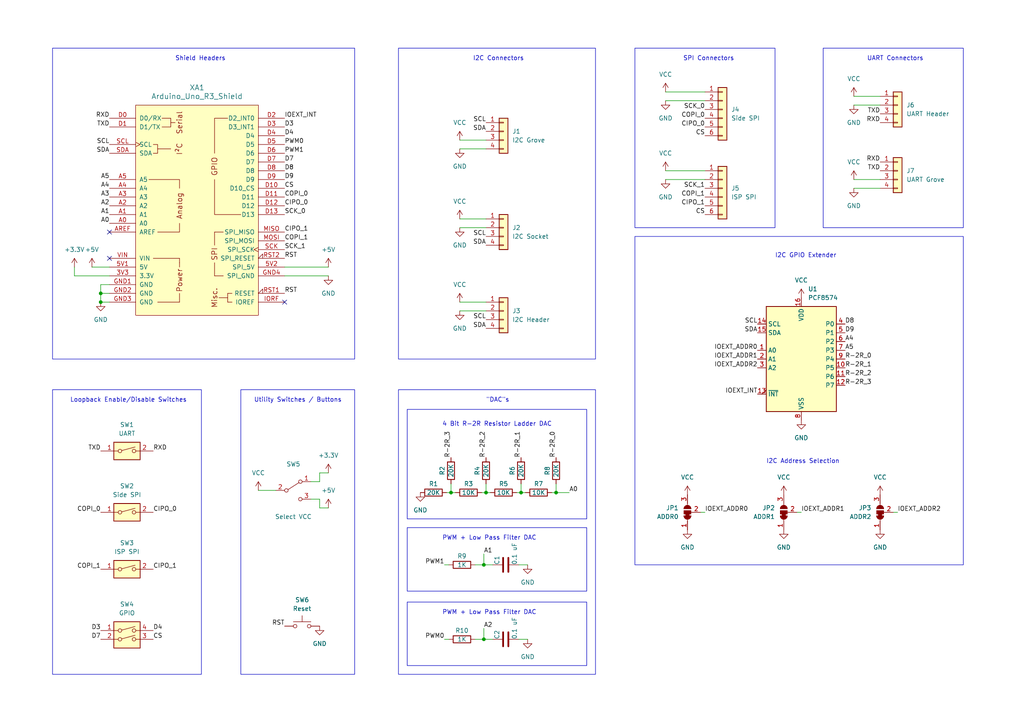
<source format=kicad_sch>
(kicad_sch (version 20230121) (generator eeschema)
  (paper "A4")
  (title_block (title "RIOT Peripheral Selftest Shield") (date "2023-06-06") (rev "0.1") (company "OVGU"))
  (lib_symbols
    (symbol "Connector_Generic:Conn_01x04" (pin_names (offset 1.016) hide)
      (property "Reference" "J" (at 0 5.08 0))
      (property "Value" "Conn_01x04" (at 0 -7.62 0))
      (symbol "Conn_01x04_1_1"
        (rectangle (start -1.27 -4.953) (end 0 -5.207) (stroke (width 0.1524)))
        (rectangle (start -1.27 -2.413) (end 0 -2.667) (stroke (width 0.1524)))
        (rectangle (start -1.27 0.127) (end 0 -0.127) (stroke (width 0.1524)))
        (rectangle (start -1.27 2.667) (end 0 2.413) (stroke (width 0.1524)))
        (rectangle (start -1.27 3.81) (end 1.27 -6.35) (stroke (width 0.254)) (fill (type background)))
        (pin passive line (at -5.08 2.54 0) (length 3.81) (name "Pin_1") (number "1"))
        (pin passive line (at -5.08 0 0) (length 3.81) (name "Pin_2") (number "2"))
        (pin passive line (at -5.08 -2.54 0) (length 3.81) (name "Pin_3") (number "3"))
        (pin passive line (at -5.08 -5.08 0) (length 3.81) (name "Pin_4") (number "4"))
      )
    )
    (symbol "Connector_Generic:Conn_01x06" (pin_names (offset 1.016) hide)
      (property "Reference" "J" (at 0 7.62 0))
      (property "Value" "Conn_01x06" (at 0 -10.16 0))
      (symbol "Conn_01x06_1_1"
        (rectangle (start -1.27 -7.493) (end 0 -7.747) (stroke (width 0.1524)))
        (rectangle (start -1.27 -4.953) (end 0 -5.207) (stroke (width 0.1524)))
        (rectangle (start -1.27 -2.413) (end 0 -2.667) (stroke (width 0.1524)))
        (rectangle (start -1.27 0.127) (end 0 -0.127) (stroke (width 0.1524)))
        (rectangle (start -1.27 2.667) (end 0 2.413) (stroke (width 0.1524)))
        (rectangle (start -1.27 5.207) (end 0 4.953) (stroke (width 0.1524)))
        (rectangle (start -1.27 6.35) (end 1.27 -8.89) (stroke (width 0.254)) (fill (type background)))
        (pin passive line (at -5.08 5.08 0) (length 3.81) (name "Pin_1") (number "1"))
        (pin passive line (at -5.08 2.54 0) (length 3.81) (name "Pin_2") (number "2"))
        (pin passive line (at -5.08 0 0) (length 3.81) (name "Pin_3") (number "3"))
        (pin passive line (at -5.08 -2.54 0) (length 3.81) (name "Pin_4") (number "4"))
        (pin passive line (at -5.08 -5.08 0) (length 3.81) (name "Pin_5") (number "5"))
        (pin passive line (at -5.08 -7.62 0) (length 3.81) (name "Pin_6") (number "6"))
      )
    )
    (symbol "Device:C" (pin_numbers hide) (pin_names (offset 0.254))
      (property "Reference" "C" (at 0.635 2.54 0))
      (property "Value" "C" (at 0.635 -2.54 0))
      (symbol "C_0_1"
        (polyline (pts (xy -2.032 -0.762) (xy 2.032 -0.762)) (stroke (width 0.508)))
        (polyline (pts (xy -2.032 0.762) (xy 2.032 0.762)) (stroke (width 0.508)))
      )
      (symbol "C_1_1"
        (pin passive line (at 0 3.81 270) (length 2.794) (name "~") (number "1"))
        (pin passive line (at 0 -3.81 90) (length 2.794) (name "~") (number "2"))
      )
    )
    (symbol "Device:R" (pin_numbers hide) (pin_names (offset 0))
      (property "Reference" "R" (at 2.032 0 90))
      (property "Value" "R" (at 0 0 90))
      (symbol "R_0_1"
        (rectangle (start -1.016 -2.54) (end 1.016 2.54) (stroke (width 0.254)))
      )
      (symbol "R_1_1"
        (pin passive line (at 0 3.81 270) (length 1.27) (name "~") (number "1"))
        (pin passive line (at 0 -3.81 90) (length 1.27) (name "~") (number "2"))
      )
    )
    (symbol "Interface_Expansion:PCF8574"
      (property "Reference" "U" (at -8.89 16.51 0))
      (property "Value" "PCF8574" (at 2.54 16.51 0))
      (symbol "PCF8574_0_1"
        (rectangle (start -10.16 15.24) (end 10.16 -15.24) (stroke (width 0.254)) (fill (type background)))
      )
      (symbol "PCF8574_1_1"
        (pin input line (at -12.7 2.54 0) (length 2.54) (name "A0") (number "1"))
        (pin bidirectional line (at 12.7 -2.54 180) (length 2.54) (name "P5") (number "10"))
        (pin bidirectional line (at 12.7 -5.08 180) (length 2.54) (name "P6") (number "11"))
        (pin bidirectional line (at 12.7 -7.62 180) (length 2.54) (name "P7") (number "12"))
        (pin open_collector output_low (at -12.7 -10.16 0) (length 2.54) (name "~{INT}") (number "13"))
        (pin input line (at -12.7 10.16 0) (length 2.54) (name "SCL") (number "14"))
        (pin bidirectional line (at -12.7 7.62 0) (length 2.54) (name "SDA") (number "15"))
        (pin power_in line (at 0 17.78 270) (length 2.54) (name "VDD") (number "16"))
        (pin input line (at -12.7 0 0) (length 2.54) (name "A1") (number "2"))
        (pin input line (at -12.7 -2.54 0) (length 2.54) (name "A2") (number "3"))
        (pin bidirectional line (at 12.7 10.16 180) (length 2.54) (name "P0") (number "4"))
        (pin bidirectional line (at 12.7 7.62 180) (length 2.54) (name "P1") (number "5"))
        (pin bidirectional line (at 12.7 5.08 180) (length 2.54) (name "P2") (number "6"))
        (pin bidirectional line (at 12.7 2.54 180) (length 2.54) (name "P3") (number "7"))
        (pin power_in line (at 0 -17.78 90) (length 2.54) (name "VSS") (number "8"))
        (pin bidirectional line (at 12.7 0 180) (length 2.54) (name "P4") (number "9"))
      )
    )
    (symbol "Jumper:SolderJumper_3_Bridged12" (pin_names (offset 0) hide)
      (property "Reference" "JP" (at -2.54 -2.54 0))
      (property "Value" "SolderJumper_3_Bridged12" (at 0 2.794 0))
      (symbol "SolderJumper_3_Bridged12_0_1"
        (rectangle (start -1.016 0.508) (end -0.508 -0.508) (fill (type outline)))
        (arc (start -1.016 1.016) (mid -2.0276 0) (end -1.016 -1.016))
        (arc (start -1.016 1.016) (mid -2.0276 0) (end -1.016 -1.016) (fill (type outline)))
        (rectangle (start -0.508 1.016) (end 0.508 -1.016) (fill (type outline)))
        (polyline (pts (xy -2.54 0) (xy -2.032 0)))
        (polyline (pts (xy -1.016 1.016) (xy -1.016 -1.016)))
        (polyline (pts (xy 0 -1.27) (xy 0 -1.016)))
        (polyline (pts (xy 1.016 1.016) (xy 1.016 -1.016)))
        (polyline (pts (xy 2.54 0) (xy 2.032 0)))
        (arc (start 1.016 -1.016) (mid 2.0276 0) (end 1.016 1.016))
        (arc (start 1.016 -1.016) (mid 2.0276 0) (end 1.016 1.016) (fill (type outline)))
      )
      (symbol "SolderJumper_3_Bridged12_1_1"
        (pin passive line (at -5.08 0 0) (length 2.54) (name "A") (number "1"))
        (pin passive line (at 0 -3.81 90) (length 2.54) (name "C") (number "2"))
        (pin passive line (at 5.08 0 180) (length 2.54) (name "B") (number "3"))
      )
    )
    (symbol "PCM_arduino-library:Arduino_Uno_R3_Shield" (pin_names (offset 1.016))
      (property "Reference" "XA" (at 0 36.83 0))
      (property "Value" "Arduino_Uno_R3_Shield" (at 0 33.02 0))
      (symbol "Arduino_Uno_R3_Shield_0_0"
        (rectangle (start -17.78 30.48) (end 17.78 -30.48) (fill (type background)))
        (rectangle (start -12.7 -13.97) (end -5.08 -13.97))
        (rectangle (start -11.43 -26.67) (end -5.08 -26.67))
        (polyline (pts (xy -11.43 17.78) (xy -7.62 17.78)))
        (polyline (pts (xy -7.62 25.4) (xy -6.35 25.4)))
        (polyline (pts (xy -5.08 -26.67) (xy -5.08 -24.13)))
        (polyline (pts (xy -5.08 -15.24) (xy -5.08 -16.51)))
        (polyline (pts (xy -5.08 -13.97) (xy -5.08 -15.24)))
        (polyline (pts (xy -5.08 -3.81) (xy -5.08 -6.35) (xy -11.43 -6.35)))
        (polyline (pts (xy -5.08 6.35) (xy -5.08 8.89) (xy -13.97 8.89)))
        (polyline (pts (xy 5.08 8.89) (xy 5.08 -1.27) (xy 12.7 -1.27)))
        (polyline (pts (xy 5.08 16.51) (xy 5.08 26.67) (xy 8.89 26.67)))
        (polyline (pts (xy -12.7 19.05) (xy -11.43 19.05) (xy -11.43 16.51) (xy -12.7 16.51)))
        (polyline (pts (xy -10.16 26.67) (xy -7.62 26.67) (xy -7.62 24.13) (xy -10.16 24.13)))
        (rectangle (start 5.08 -19.05) (end 5.08 -15.24))
        (rectangle (start 5.08 -19.05) (end 7.62 -19.05))
        (rectangle (start 5.08 -10.16) (end 5.08 -6.35))
        (rectangle (start 7.62 -6.35) (end 5.08 -6.35))
        (rectangle (start 8.89 -25.4) (end 6.35 -25.4))
        (rectangle (start 8.89 -24.13) (end 8.89 -26.67))
        (rectangle (start 10.16 -26.67) (end 8.89 -26.67))
        (rectangle (start 10.16 -24.13) (end 8.89 -24.13))
        (text "Analog" (at -5.08 1.27 900) (effects (font (size 1.524 1.524))))
        (text "I²C" (at -5.08 17.78 900) (effects (font (size 1.524 1.524))))
        (text "Misc." (at 5.08 -25.4 900) (effects (font (size 1.524 1.524))))
        (text "Power" (at -5.08 -20.32 900) (effects (font (size 1.524 1.524))))
        (text "Serial" (at -5.08 25.4 900) (effects (font (size 1.524 1.524))))
        (text "SPI" (at 5.08 -12.7 900) (effects (font (size 1.524 1.524))))
      )
      (symbol "Arduino_Uno_R3_Shield_1_0"
        (text "GPIO" (at 5.08 12.7 900) (effects (font (size 1.524 1.524))))
      )
      (symbol "Arduino_Uno_R3_Shield_1_1"
        (pin power_out line (at -25.4 -19.05 0) (length 7.62) (name "3.3V") (number "3V3"))
        (pin power_in line (at -25.4 -16.51 0) (length 7.62) (name "5V") (number "5V1"))
        (pin power_in line (at 25.4 -16.51 180) (length 7.62) (name "SPI_5V") (number "5V2"))
        (pin bidirectional line (at -25.4 -3.81 0) (length 7.62) (name "A0") (number "A0"))
        (pin bidirectional line (at -25.4 -1.27 0) (length 7.62) (name "A1") (number "A1"))
        (pin bidirectional line (at -25.4 1.27 0) (length 7.62) (name "A2") (number "A2"))
        (pin bidirectional line (at -25.4 3.81 0) (length 7.62) (name "A3") (number "A3"))
        (pin bidirectional line (at -25.4 6.35 0) (length 7.62) (name "A4") (number "A4"))
        (pin bidirectional line (at -25.4 8.89 0) (length 7.62) (name "A5") (number "A5"))
        (pin input line (at -25.4 -6.35 0) (length 7.62) (name "AREF") (number "AREF"))
        (pin bidirectional line (at -25.4 26.67 0) (length 7.62) (name "D0/RX") (number "D0"))
        (pin bidirectional line (at -25.4 24.13 0) (length 7.62) (name "D1/TX") (number "D1"))
        (pin bidirectional line (at 25.4 6.35 180) (length 7.62) (name "D10_CS") (number "D10"))
        (pin bidirectional line (at 25.4 3.81 180) (length 7.62) (name "D11") (number "D11"))
        (pin bidirectional line (at 25.4 1.27 180) (length 7.62) (name "D12") (number "D12"))
        (pin bidirectional line (at 25.4 -1.27 180) (length 7.62) (name "D13") (number "D13"))
        (pin bidirectional line (at 25.4 26.67 180) (length 7.62) (name "D2_INT0") (number "D2"))
        (pin bidirectional line (at 25.4 24.13 180) (length 7.62) (name "D3_INT1") (number "D3"))
        (pin bidirectional line (at 25.4 21.59 180) (length 7.62) (name "D4") (number "D4"))
        (pin bidirectional line (at 25.4 19.05 180) (length 7.62) (name "D5") (number "D5"))
        (pin bidirectional line (at 25.4 16.51 180) (length 7.62) (name "D6") (number "D6"))
        (pin bidirectional line (at 25.4 13.97 180) (length 7.62) (name "D7") (number "D7"))
        (pin bidirectional line (at 25.4 11.43 180) (length 7.62) (name "D8") (number "D8"))
        (pin bidirectional line (at 25.4 8.89 180) (length 7.62) (name "D9") (number "D9"))
        (pin power_in line (at -25.4 -21.59 0) (length 7.62) (name "GND") (number "GND1"))
        (pin power_in line (at -25.4 -24.13 0) (length 7.62) (name "GND") (number "GND2"))
        (pin power_in line (at -25.4 -26.67 0) (length 7.62) (name "GND") (number "GND3"))
        (pin power_in line (at 25.4 -19.05 180) (length 7.62) (name "SPI_GND") (number "GND4"))
        (pin output line (at 25.4 -26.67 180) (length 7.62) (name "IOREF") (number "IORF"))
        (pin input line (at 25.4 -6.35 180) (length 7.62) (name "SPI_MISO") (number "MISO"))
        (pin output line (at 25.4 -8.89 180) (length 7.62) (name "SPI_MOSI") (number "MOSI"))
        (pin open_collector input_low (at 25.4 -24.13 180) (length 7.62) (name "RESET") (number "RST1"))
        (pin open_collector input_low (at 25.4 -13.97 180) (length 7.62) (name "SPI_RESET") (number "RST2"))
        (pin output clock (at 25.4 -11.43 180) (length 7.62) (name "SPI_SCK") (number "SCK"))
        (pin bidirectional clock (at -25.4 19.05 0) (length 7.62) (name "SCL") (number "SCL"))
        (pin bidirectional line (at -25.4 16.51 0) (length 7.62) (name "SDA") (number "SDA"))
        (pin power_in line (at -25.4 -13.97 0) (length 7.62) (name "VIN") (number "VIN"))
      )
    )
    (symbol "Switch:SW_DIP_x01" (pin_names (offset 0) hide)
      (property "Reference" "SW" (at 0 3.81 0))
      (property "Value" "SW_DIP_x01" (at 0 -3.81 0))
      (symbol "SW_DIP_x01_0_0"
        (circle (center -2.032 0) (radius 0.508))
        (polyline (pts (xy -1.524 0.127) (xy 2.3622 1.1684)))
        (circle (center 2.032 0) (radius 0.508))
      )
      (symbol "SW_DIP_x01_0_1"
        (rectangle (start -3.81 2.54) (end 3.81 -2.54) (stroke (width 0.254)) (fill (type background)))
      )
      (symbol "SW_DIP_x01_1_1"
        (pin passive line (at -7.62 0 0) (length 5.08) (name "~") (number "1"))
        (pin passive line (at 7.62 0 180) (length 5.08) (name "~") (number "2"))
      )
    )
    (symbol "Switch:SW_DIP_x02" (pin_names (offset 0) hide)
      (property "Reference" "SW" (at 0 6.35 0))
      (property "Value" "SW_DIP_x02" (at 0 -3.81 0))
      (symbol "SW_DIP_x02_0_0"
        (circle (center -2.032 0) (radius 0.508))
        (circle (center -2.032 2.54) (radius 0.508))
        (polyline (pts (xy -1.524 0.127) (xy 2.3622 1.1684)))
        (polyline (pts (xy -1.524 2.667) (xy 2.3622 3.7084)))
        (circle (center 2.032 0) (radius 0.508))
        (circle (center 2.032 2.54) (radius 0.508))
      )
      (symbol "SW_DIP_x02_0_1"
        (rectangle (start -3.81 5.08) (end 3.81 -2.54) (stroke (width 0.254)) (fill (type background)))
      )
      (symbol "SW_DIP_x02_1_1"
        (pin passive line (at -7.62 2.54 0) (length 5.08) (name "~") (number "1"))
        (pin passive line (at -7.62 0 0) (length 5.08) (name "~") (number "2"))
        (pin passive line (at 7.62 0 180) (length 5.08) (name "~") (number "3"))
        (pin passive line (at 7.62 2.54 180) (length 5.08) (name "~") (number "4"))
      )
    )
    (symbol "Switch:SW_Push" (pin_numbers hide) (pin_names (offset 1.016) hide)
      (property "Reference" "SW" (at 1.27 2.54 0))
      (property "Value" "SW_Push" (at 0 -1.524 0))
      (symbol "SW_Push_0_1"
        (circle (center -2.032 0) (radius 0.508))
        (polyline (pts (xy 0 1.27) (xy 0 3.048)))
        (polyline (pts (xy 2.54 1.27) (xy -2.54 1.27)))
        (circle (center 2.032 0) (radius 0.508))
        (pin passive line (at -5.08 0 0) (length 2.54) (name "1") (number "1"))
        (pin passive line (at 5.08 0 180) (length 2.54) (name "2") (number "2"))
      )
    )
    (symbol "Switch:SW_SPDT" (pin_names (offset 0) hide)
      (property "Reference" "SW" (at 0 4.318 0))
      (property "Value" "SW_SPDT" (at 0 -5.08 0))
      (symbol "SW_SPDT_0_0"
        (circle (center -2.032 0) (radius 0.508))
        (circle (center 2.032 -2.54) (radius 0.508))
      )
      (symbol "SW_SPDT_0_1"
        (polyline (pts (xy -1.524 0.254) (xy 1.651 2.286)))
        (circle (center 2.032 2.54) (radius 0.508))
      )
      (symbol "SW_SPDT_1_1"
        (pin passive line (at 5.08 2.54 180) (length 2.54) (name "A") (number "1"))
        (pin passive line (at -5.08 0 0) (length 2.54) (name "B") (number "2"))
        (pin passive line (at 5.08 -2.54 180) (length 2.54) (name "C") (number "3"))
      )
    )
    (symbol "power:+3.3V" (power) (pin_names (offset 0))
      (property "Value" "+3.3V" (at 0 3.556 0))
      (symbol "+3.3V_0_1"
        (polyline (pts (xy -0.762 1.27) (xy 0 2.54)))
        (polyline (pts (xy 0 0) (xy 0 2.54)))
        (polyline (pts (xy 0 2.54) (xy 0.762 1.27)))
      )
      (symbol "+3.3V_1_1"
        (pin power_in line (at 0 0 90) (length 0) hide (name "+3.3V") (number "1"))
      )
    )
    (symbol "power:+5V" (power) (pin_names (offset 0))
      (property "Value" "+5V" (at 0 3.556 0))
      (symbol "+5V_0_1"
        (polyline (pts (xy -0.762 1.27) (xy 0 2.54)))
        (polyline (pts (xy 0 0) (xy 0 2.54)))
        (polyline (pts (xy 0 2.54) (xy 0.762 1.27)))
      )
      (symbol "+5V_1_1"
        (pin power_in line (at 0 0 90) (length 0) hide (name "+5V") (number "1"))
      )
    )
    (symbol "power:GND" (power) (pin_names (offset 0))
      (property "Value" "GND" (at 0 -3.81 0))
      (symbol "GND_0_1"
        (polyline (pts (xy 0 0) (xy 0 -1.27) (xy 1.27 -1.27) (xy 0 -2.54) (xy -1.27 -1.27) (xy 0 -1.27)))
      )
      (symbol "GND_1_1"
        (pin power_in line (at 0 0 270) (length 0) hide (name "GND") (number "1"))
      )
    )
    (symbol "power:VCC" (power) (pin_names (offset 0))
      (property "Value" "VCC" (at 0 3.81 0))
      (symbol "VCC_0_1"
        (polyline (pts (xy -0.762 1.27) (xy 0 2.54)))
        (polyline (pts (xy 0 0) (xy 0 2.54)))
        (polyline (pts (xy 0 2.54) (xy 0.762 1.27)))
      )
      (symbol "VCC_1_1"
        (pin power_in line (at 0 0 90) (length 0) hide (name "VCC") (number "1"))
      )
    )
  )
  (junction (at 140.97 142.875))
  (junction (at 140.335 185.42))
  (junction (at 151.13 142.875))
  (junction (at 140.335 163.83))
  (junction (at 130.81 142.875))
  (junction (at 161.29 142.875))
  (junction (at 29.21 87.63))
  (junction (at 29.21 85.09))
  (no_connect (at 31.75 67.31))
  (no_connect (at 82.55 87.63))
  (no_connect (at 31.75 74.93))
  (wire (pts (xy 29.21 87.63) (xy 29.21 85.09)))
  (wire (pts (xy 149.86 142.875) (xy 151.13 142.875)))
  (wire (pts (xy 161.29 140.335) (xy 161.29 142.875)))
  (wire (pts (xy 140.335 163.83) (xy 140.335 160.655)))
  (wire (pts (xy 151.13 142.875) (xy 152.4 142.875)))
  (wire (pts (xy 82.55 77.47) (xy 95.25 77.47)))
  (wire (pts (xy 133.35 90.17) (xy 140.97 90.17)))
  (wire (pts (xy 29.21 87.63) (xy 31.75 87.63)))
  (wire (pts (xy 193.04 29.21) (xy 204.47 29.21)))
  (wire (pts (xy 21.59 80.01) (xy 21.59 77.47)))
  (wire (pts (xy 92.71 139.7) (xy 92.71 137.16)))
  (wire (pts (xy 29.21 82.55) (xy 31.75 82.55)))
  (wire (pts (xy 247.65 52.07) (xy 255.27 52.07)))
  (wire (pts (xy 140.335 185.42) (xy 142.875 185.42)))
  (wire (pts (xy 92.71 137.16) (xy 95.25 137.16)))
  (wire (pts (xy 26.67 77.47) (xy 31.75 77.47)))
  (wire (pts (xy 150.495 185.42) (xy 153.035 185.42)))
  (wire (pts (xy 203.2 148.59) (xy 204.47 148.59)))
  (wire (pts (xy 161.29 142.875) (xy 165.1 142.875)))
  (wire (pts (xy 133.35 43.18) (xy 140.97 43.18)))
  (wire (pts (xy 82.55 80.01) (xy 95.25 80.01)))
  (wire (pts (xy 247.65 54.61) (xy 255.27 54.61)))
  (wire (pts (xy 150.495 163.83) (xy 153.035 163.83)))
  (wire (pts (xy 137.795 185.42) (xy 140.335 185.42)))
  (wire (pts (xy 128.905 185.42) (xy 130.175 185.42)))
  (wire (pts (xy 29.21 85.09) (xy 31.75 85.09)))
  (wire (pts (xy 92.71 147.32) (xy 92.71 144.78)))
  (wire (pts (xy 133.35 63.5) (xy 140.97 63.5)))
  (wire (pts (xy 90.17 139.7) (xy 92.71 139.7)))
  (wire (pts (xy 247.65 27.94) (xy 255.27 27.94)))
  (wire (pts (xy 160.02 142.875) (xy 161.29 142.875)))
  (wire (pts (xy 139.7 142.875) (xy 140.97 142.875)))
  (wire (pts (xy 133.35 66.04) (xy 140.97 66.04)))
  (wire (pts (xy 130.81 142.875) (xy 132.08 142.875)))
  (wire (pts (xy 193.04 52.07) (xy 204.47 52.07)))
  (wire (pts (xy 140.97 142.875) (xy 142.24 142.875)))
  (wire (pts (xy 129.54 142.875) (xy 130.81 142.875)))
  (wire (pts (xy 31.75 80.01) (xy 21.59 80.01)))
  (wire (pts (xy 140.97 140.335) (xy 140.97 142.875)))
  (wire (pts (xy 140.335 185.42) (xy 140.335 182.245)))
  (wire (pts (xy 92.71 144.78) (xy 90.17 144.78)))
  (wire (pts (xy 95.25 147.32) (xy 92.71 147.32)))
  (wire (pts (xy 137.795 163.83) (xy 140.335 163.83)))
  (wire (pts (xy 231.14 148.59) (xy 232.41 148.59)))
  (wire (pts (xy 133.35 87.63) (xy 140.97 87.63)))
  (wire (pts (xy 151.13 140.335) (xy 151.13 142.875)))
  (wire (pts (xy 247.65 30.48) (xy 255.27 30.48)))
  (wire (pts (xy 193.04 26.67) (xy 204.47 26.67)))
  (wire (pts (xy 140.335 163.83) (xy 142.875 163.83)))
  (wire (pts (xy 29.21 85.09) (xy 29.21 82.55)))
  (wire (pts (xy 130.81 140.335) (xy 130.81 142.875)))
  (wire (pts (xy 133.35 40.64) (xy 140.97 40.64)))
  (wire (pts (xy 193.04 49.53) (xy 204.47 49.53)))
  (wire (pts (xy 74.93 142.24) (xy 80.01 142.24)))
  (wire (pts (xy 259.08 148.59) (xy 260.35 148.59)))
  (wire (pts (xy 128.905 163.83) (xy 130.175 163.83)))
  (rectangle (start 15.24 113.03) (end 58.42 195.58))
  (rectangle (start 118.11 118.745) (end 170.18 150.495))
  (rectangle (start 184.15 13.97) (end 224.79 66.04))
  (rectangle (start 115.57 13.97) (end 172.72 104.14))
  (rectangle (start 115.57 113.03) (end 172.72 195.58))
  (rectangle (start 69.85 113.03) (end 102.87 195.58))
  (rectangle (start 118.11 174.625) (end 170.18 193.04))
  (rectangle (start 15.24 13.97) (end 102.87 104.14))
  (rectangle (start 118.11 153.035) (end 170.18 171.45))
  (rectangle (start 184.15 68.58) (end 279.4 163.83))
  (rectangle (start 238.76 13.97) (end 279.4 66.04))
  (text "Loopback Enable/Disable Switches" (at 20.32 116.84 0) (effects (font (size 1.27 1.27)) (justify left bottom)))
  (text "Shield Headers" (at 50.8 17.78 0) (effects (font (size 1.27 1.27)) (justify left bottom)))
  (text "SPI Connectors" (at 198.12 17.78 0) (effects (font (size 1.27 1.27)) (justify left bottom)))
  (text "I2C GPIO Extender" (at 224.79 74.93 0) (effects (font (size 1.27 1.27)) (justify left bottom)))
  (text "I2C Connectors" (at 137.16 17.78 0) (effects (font (size 1.27 1.27)) (justify left bottom)))
  (text "PWM + Low Pass Filter DAC" (at 128.27 178.435 0) (effects (font (size 1.27 1.27)) (justify left bottom)))
  (text "\"DAC\"s" (at 140.97 116.84 0) (effects (font (size 1.27 1.27)) (justify left bottom)))
  (text "4 Bit R-2R Resistor Ladder DAC" (at 128.27 123.825 0) (effects (font (size 1.27 1.27)) (justify left bottom)))
  (text "UART Connectors" (at 251.46 17.78 0) (effects (font (size 1.27 1.27)) (justify left bottom)))
  (text "I2C Address Selection" (at 222.25 134.62 0) (effects (font (size 1.27 1.27)) (justify left bottom)))
  (text "Utility Switches / Buttons" (at 73.66 116.84 0) (effects (font (size 1.27 1.27)) (justify left bottom)))
  (text "PWM + Low Pass Filter DAC" (at 128.27 156.845 0) (effects (font (size 1.27 1.27)) (justify left bottom)))
  (label "SCL" (at 140.97 35.56 180))
  (label "R-2R_2" (at 140.97 132.715 90))
  (label "R-2R_0" (at 161.29 132.715 90))
  (label "IOEXT_ADDR1" (at 219.71 104.14 180))
  (label "D3" (at 82.55 36.83 0))
  (label "R-2R_3" (at 245.11 111.76 0))
  (label "IOEXT_ADDR0" (at 219.71 101.6 180))
  (label "SCK_0" (at 204.47 31.75 180))
  (label "D9" (at 245.11 96.52 0))
  (label "D7" (at 29.21 185.42 180))
  (label "PWM0" (at 82.55 41.91 0))
  (label "CIPO_1" (at 204.47 59.69 180))
  (label "CIPO_0" (at 204.47 36.83 180))
  (label "TXD" (at 255.27 49.53 180))
  (label "COPI_1" (at 29.21 165.1 180))
  (label "A5" (at 31.75 52.07 180))
  (label "R-2R_3" (at 130.81 132.715 90))
  (label "PWM1" (at 128.905 163.83 180))
  (label "SDA" (at 140.97 38.1 180))
  (label "PWM1" (at 82.55 44.45 0))
  (label "A2" (at 31.75 59.69 180))
  (label "D8" (at 245.11 93.98 0))
  (label "COPI_1" (at 82.55 69.85 0))
  (label "PWM0" (at 128.905 185.42 180))
  (label "D4" (at 44.45 182.88 0))
  (label "COPI_0" (at 204.47 34.29 180))
  (label "CIPO_1" (at 82.55 67.31 0))
  (label "RXD" (at 255.27 46.99 180))
  (label "IOEXT_INT" (at 82.55 34.29 0))
  (label "R-2R_0" (at 245.11 104.14 0))
  (label "RXD" (at 255.27 35.56 180))
  (label "SCK_0" (at 82.55 62.23 0))
  (label "IOEXT_ADDR2" (at 219.71 106.68 180))
  (label "TXD" (at 29.21 130.81 180))
  (label "A3" (at 31.75 57.15 180))
  (label "IOEXT_ADDR2" (at 260.35 148.59 0))
  (label "A0" (at 165.1 142.875 0))
  (label "CIPO_0" (at 44.45 148.59 0))
  (label "CS" (at 204.47 62.23 180))
  (label "SDA" (at 31.75 44.45 180))
  (label "A1" (at 31.75 62.23 180))
  (label "COPI_0" (at 82.55 57.15 0))
  (label "SCL" (at 140.97 68.58 180))
  (label "RST" (at 82.55 85.09 0))
  (label "R-2R_1" (at 245.11 106.68 0))
  (label "CS" (at 204.47 39.37 180))
  (label "CIPO_1" (at 44.45 165.1 0))
  (label "SDA" (at 219.71 96.52 180))
  (label "D3" (at 29.21 182.88 180))
  (label "IOEXT_ADDR0" (at 204.47 148.59 0))
  (label "CS" (at 82.55 54.61 0))
  (label "IOEXT_ADDR1" (at 232.41 148.59 0))
  (label "D9" (at 82.55 52.07 0))
  (label "RST" (at 82.55 181.61 180))
  (label "CS" (at 44.45 185.42 0))
  (label "RXD" (at 31.75 34.29 180))
  (label "TXD" (at 31.75 36.83 180))
  (label "RXD" (at 44.45 130.81 0))
  (label "A5" (at 245.11 101.6 0))
  (label "R-2R_1" (at 151.13 132.715 90))
  (label "A0" (at 31.75 64.77 180))
  (label "IOEXT_INT" (at 219.71 114.3 180))
  (label "SCK_1" (at 204.47 54.61 180))
  (label "D8" (at 82.55 49.53 0))
  (label "COPI_0" (at 29.21 148.59 180))
  (label "SDA" (at 140.97 71.12 180))
  (label "RST" (at 82.55 74.93 0))
  (label "A1" (at 140.335 160.655 0))
  (label "SDA" (at 140.97 95.25 180))
  (label "A4" (at 31.75 54.61 180))
  (label "CIPO_0" (at 82.55 59.69 0))
  (label "R-2R_2" (at 245.11 109.22 0))
  (label "SCL" (at 140.97 92.71 180))
  (label "SCK_1" (at 82.55 72.39 0))
  (label "SCL" (at 31.75 41.91 180))
  (label "COPI_1" (at 204.47 57.15 180))
  (label "TXD" (at 255.27 33.02 180))
  (label "D4" (at 82.55 39.37 0))
  (label "D7" (at 82.55 46.99 0))
  (label "A2" (at 140.335 182.245 0))
  (label "A4" (at 245.11 99.06 0))
  (label "SCL" (at 219.71 93.98 180))
  (symbol (lib_id "power:VCC") (at 227.33 143.51 0) (unit 1)
    (property "Reference" "#PWR014" (effects hide))
    (property "Value" "VCC" (at 227.33 138.43 0))
  )
  (symbol (lib_id "Device:R") (at 130.81 136.525 180) (unit 1)
    (property "Reference" "R2" (at 128.27 136.525 90))
    (property "Value" "20K" (at 130.81 136.525 90))
    (property "Footprint" "Resistor_SMD:R_0805_2012Metric" (effects hide))
  )
  (symbol (lib_id "power:GND") (at 193.04 29.21 0) (unit 1)
    (property "Reference" "#PWR027" (effects hide))
    (property "Value" "GND" (at 193.04 34.29 0))
  )
  (symbol (lib_id "Device:R") (at 146.05 142.875 90) (unit 1)
    (property "Reference" "R5" (at 146.05 140.335 90))
    (property "Value" "10K" (at 146.05 142.875 90))
    (property "Footprint" "Resistor_SMD:R_0805_2012Metric" (effects hide))
  )
  (symbol (lib_id "Device:R") (at 140.97 136.525 180) (unit 1)
    (property "Reference" "R4" (at 138.43 136.525 90))
    (property "Value" "20K" (at 140.97 136.525 90))
    (property "Footprint" "Resistor_SMD:R_0805_2012Metric" (effects hide))
  )
  (symbol (lib_id "power:VCC") (at 255.27 143.51 0) (unit 1)
    (property "Reference" "#PWR018" (effects hide))
    (property "Value" "VCC" (at 255.27 138.43 0))
  )
  (symbol (lib_id "Connector_Generic:Conn_01x06") (at 209.55 54.61 0) (unit 1)
    (property "Reference" "J5" (at 212.09 54.61 0) (effects (justify left)))
    (property "Value" "ISP SPI" (at 212.09 57.15 0) (effects (justify left)))
    (property "Footprint" "Connector_PinHeader_2.54mm:PinHeader_2x03_P2.54mm_Vertical" (effects hide))
  )
  (symbol (lib_id "Device:R") (at 135.89 142.875 90) (unit 1)
    (property "Reference" "R3" (at 135.89 140.335 90))
    (property "Value" "10K" (at 135.89 142.875 90))
    (property "Footprint" "Resistor_SMD:R_0805_2012Metric" (effects hide))
  )
  (symbol (lib_id "Switch:SW_DIP_x01") (at 36.83 130.81 0) (unit 1)
    (property "Reference" "SW1" (at 36.83 123.19 0))
    (property "Value" "UART" (at 36.83 125.73 0))
    (property "Footprint" "Button_Switch_THT:SW_DIP_SPSTx01_Slide_9.78x4.72mm_W7.62mm_P2.54mm" (effects hide))
  )
  (symbol (lib_id "power:GND") (at 133.35 43.18 0) (unit 1)
    (property "Reference" "#PWR021" (effects hide))
    (property "Value" "GND" (at 133.35 48.26 0))
  )
  (symbol (lib_id "power:GND") (at 227.33 153.67 0) (unit 1)
    (property "Reference" "#PWR015" (effects hide))
    (property "Value" "GND" (at 227.33 158.75 0))
  )
  (symbol (lib_id "power:GND") (at 255.27 153.67 0) (unit 1)
    (property "Reference" "#PWR019" (effects hide))
    (property "Value" "GND" (at 255.27 158.75 0))
  )
  (symbol (lib_id "power:GND") (at 29.21 87.63 0) (unit 1)
    (property "Reference" "#PWR03" (effects hide))
    (property "Value" "GND" (at 29.21 92.71 0))
  )
  (symbol (lib_id "power:VCC") (at 133.35 40.64 0) (unit 1)
    (property "Reference" "#PWR020" (effects hide))
    (property "Value" "VCC" (at 133.35 35.56 0))
  )
  (symbol (lib_id "power:VCC") (at 247.65 27.94 0) (unit 1)
    (property "Reference" "#PWR030" (effects hide))
    (property "Value" "VCC" (at 247.65 22.86 0))
  )
  (symbol (lib_id "power:GND") (at 232.41 121.92 0) (unit 1)
    (property "Reference" "#PWR017" (effects hide))
    (property "Value" "GND" (at 232.41 127 0))
  )
  (symbol (lib_id "power:+5V") (at 26.67 77.47 0) (unit 1)
    (property "Reference" "#PWR02" (effects hide))
    (property "Value" "+5V" (at 26.67 72.39 0))
  )
  (symbol (lib_id "Connector_Generic:Conn_01x04") (at 260.35 30.48 0) (unit 1)
    (property "Reference" "J6" (at 262.89 30.48 0) (effects (justify left)))
    (property "Value" "UART Header" (at 262.89 33.02 0) (effects (justify left)))
    (property "Footprint" "Connector_PinHeader_2.54mm:PinHeader_1x04_P2.54mm_Vertical" (effects hide))
  )
  (symbol (lib_id "Device:R") (at 156.21 142.875 90) (unit 1)
    (property "Reference" "R7" (at 156.21 140.335 90))
    (property "Value" "10K" (at 156.21 142.875 90))
    (property "Footprint" "Resistor_SMD:R_0805_2012Metric" (effects hide))
  )
  (symbol (lib_id "power:VCC") (at 199.39 143.51 0) (unit 1)
    (property "Reference" "#PWR012" (effects hide))
    (property "Value" "VCC" (at 199.39 138.43 0))
  )
  (symbol (lib_id "Device:R") (at 133.985 163.83 90) (unit 1)
    (property "Reference" "R9" (at 133.985 161.29 90))
    (property "Value" "1K" (at 133.985 163.83 90))
    (property "Footprint" "Resistor_THT:R_Axial_DIN0204_L3.6mm_D1.6mm_P2.54mm_Vertical" (effects hide))
  )
  (symbol (lib_id "power:+3.3V") (at 21.59 77.47 0) (unit 1)
    (property "Reference" "#PWR01" (effects hide))
    (property "Value" "+3.3V" (at 21.59 72.39 0))
  )
  (symbol (lib_id "power:GND") (at 247.65 30.48 0) (unit 1)
    (property "Reference" "#PWR031" (effects hide))
    (property "Value" "GND" (at 247.65 35.56 0))
  )
  (symbol (lib_id "power:GND") (at 153.035 185.42 0) (unit 1)
    (property "Reference" "#PWR034" (effects hide))
    (property "Value" "GND" (at 153.035 190.5 0))
  )
  (symbol (lib_id "power:GND") (at 247.65 54.61 0) (unit 1)
    (property "Reference" "#PWR033" (effects hide))
    (property "Value" "GND" (at 247.65 59.69 0))
  )
  (symbol (lib_id "PCM_arduino-library:Arduino_Uno_R3_Shield") (at 57.15 60.96 0) (unit 1)
    (property "Reference" "XA1" (at 57.15 25.4 0) (effects (font (size 1.524 1.524))))
    (property "Value" "Arduino_Uno_R3_Shield" (at 57.15 27.94 0) (effects (font (size 1.524 1.524))))
    (property "Footprint" "PCM_arduino-library:Arduino_Uno_R3_Shield" (effects hide))
    (property "Datasheet" "https://docs.arduino.cc/hardware/uno-rev3" (effects hide))
  )
  (symbol (lib_id "Switch:SW_DIP_x01") (at 36.83 165.1 0) (unit 1)
    (property "Reference" "SW3" (at 36.83 157.48 0))
    (property "Value" "ISP SPI" (at 36.83 160.02 0))
    (property "Footprint" "Button_Switch_THT:SW_DIP_SPSTx01_Slide_9.78x4.72mm_W7.62mm_P2.54mm" (effects hide))
  )
  (symbol (lib_id "power:VCC") (at 232.41 86.36 0) (unit 1)
    (property "Reference" "#PWR016" (effects hide))
    (property "Value" "VCC" (at 232.41 81.28 0))
  )
  (symbol (lib_id "power:VCC") (at 193.04 49.53 0) (unit 1)
    (property "Reference" "#PWR028" (effects hide))
    (property "Value" "VCC" (at 193.04 44.45 0))
  )
  (symbol (lib_id "power:+5V") (at 95.25 77.47 0) (unit 1)
    (property "Reference" "#PWR04" (effects hide))
    (property "Value" "+5V" (at 95.25 72.39 0))
  )
  (symbol (lib_id "Interface_Expansion:PCF8574") (at 232.41 104.14 0) (unit 1)
    (property "Reference" "U1" (at 234.3659 83.82 0) (effects (justify left)))
    (property "Value" "PCF8574" (at 234.3659 86.36 0) (effects (justify left)))
    (property "Footprint" "Package_DIP:DIP-16_W7.62mm" (effects hide))
    (property "Datasheet" "http://www.nxp.com/documents/data_sheet/PCF8574_PCF8574A.pdf" (effects hide))
  )
  (symbol (lib_id "power:+3.3V") (at 95.25 137.16 0) (unit 1)
    (property "Reference" "#PWR07" (effects hide))
    (property "Value" "+3.3V" (at 95.25 132.08 0))
  )
  (symbol (lib_id "Jumper:SolderJumper_3_Bridged12") (at 199.39 148.59 90) (unit 1)
    (property "Reference" "JP1" (at 196.85 147.32 90) (effects (justify left)))
    (property "Value" "ADDR0" (at 196.85 149.86 90) (effects (justify left)))
    (property "Footprint" "Jumper:SolderJumper-3_P1.3mm_Bridged12_RoundedPad1.0x1.5mm_NumberLabels" (effects hide))
  )
  (symbol (lib_id "Jumper:SolderJumper_3_Bridged12") (at 255.27 148.59 90) (unit 1)
    (property "Reference" "JP3" (at 252.73 147.32 90) (effects (justify left)))
    (property "Value" "ADDR2" (at 252.73 149.86 90) (effects (justify left)))
    (property "Footprint" "Jumper:SolderJumper-3_P1.3mm_Bridged12_RoundedPad1.0x1.5mm_NumberLabels" (effects hide))
  )
  (symbol (lib_id "power:VCC") (at 133.35 87.63 0) (unit 1)
    (property "Reference" "#PWR024" (effects hide))
    (property "Value" "VCC" (at 133.35 82.55 0))
  )
  (symbol (lib_id "power:VCC") (at 74.93 142.24 0) (unit 1)
    (property "Reference" "#PWR06" (effects hide))
    (property "Value" "VCC" (at 74.93 137.16 0))
  )
  (symbol (lib_id "power:GND") (at 153.035 163.83 0) (unit 1)
    (property "Reference" "#PWR010" (effects hide))
    (property "Value" "GND" (at 153.035 168.91 0))
  )
  (symbol (lib_id "Switch:SW_DIP_x01") (at 36.83 148.59 0) (unit 1)
    (property "Reference" "SW2" (at 36.83 140.97 0))
    (property "Value" "Side SPI" (at 36.83 143.51 0))
    (property "Footprint" "Button_Switch_THT:SW_DIP_SPSTx01_Slide_9.78x4.72mm_W7.62mm_P2.54mm" (effects hide))
  )
  (symbol (lib_id "Device:C") (at 146.685 163.83 90) (unit 1)
    (property "Reference" "C1" (at 144.145 163.83 0) (effects (justify left)))
    (property "Value" "0.1 uF" (at 149.225 163.83 0) (effects (justify left)))
    (property "Footprint" "Capacitor_THT:C_Disc_D7.5mm_W4.4mm_P5.00mm" (effects hide))
  )
  (symbol (lib_id "Connector_Generic:Conn_01x04") (at 146.05 38.1 0) (unit 1)
    (property "Reference" "J1" (at 148.59 38.1 0) (effects (justify left)))
    (property "Value" "I2C Grove" (at 148.59 40.64 0) (effects (justify left)))
    (property "Footprint" "boards:grove_i2c" (effects hide))
  )
  (symbol (lib_id "Connector_Generic:Conn_01x04") (at 146.05 90.17 0) (unit 1)
    (property "Reference" "J3" (at 148.59 90.17 0) (effects (justify left)))
    (property "Value" "I2C Header" (at 148.59 92.71 0) (effects (justify left)))
    (property "Footprint" "Connector_PinHeader_2.54mm:PinHeader_1x04_P2.54mm_Vertical" (effects hide))
  )
  (symbol (lib_id "power:GND") (at 133.35 66.04 0) (unit 1)
    (property "Reference" "#PWR022" (effects hide))
    (property "Value" "GND" (at 133.35 71.12 0))
  )
  (symbol (lib_id "Device:R") (at 151.13 136.525 180) (unit 1)
    (property "Reference" "R6" (at 148.59 136.525 90))
    (property "Value" "20K" (at 151.13 136.525 90))
    (property "Footprint" "Resistor_SMD:R_0805_2012Metric" (effects hide))
  )
  (symbol (lib_id "power:VCC") (at 193.04 26.67 0) (unit 1)
    (property "Reference" "#PWR026" (effects hide))
    (property "Value" "VCC" (at 193.04 21.59 0))
  )
  (symbol (lib_id "power:GND") (at 92.71 181.61 0) (unit 1)
    (property "Reference" "#PWR011" (effects hide))
    (property "Value" "GND" (at 92.71 186.69 0))
  )
  (symbol (lib_id "Switch:SW_DIP_x02") (at 36.83 185.42 0) (unit 1)
    (property "Reference" "SW4" (at 36.83 175.26 0))
    (property "Value" "GPIO" (at 36.83 177.8 0))
    (property "Footprint" "Button_Switch_THT:SW_DIP_SPSTx02_Slide_9.78x7.26mm_W7.62mm_P2.54mm" (effects hide))
  )
  (symbol (lib_id "power:GND") (at 199.39 153.67 0) (unit 1)
    (property "Reference" "#PWR013" (effects hide))
    (property "Value" "GND" (at 199.39 158.75 0))
  )
  (symbol (lib_id "Connector_Generic:Conn_01x06") (at 209.55 31.75 0) (unit 1)
    (property "Reference" "J4" (at 212.09 31.75 0) (effects (justify left)))
    (property "Value" "Side SPI" (at 212.09 34.29 0) (effects (justify left)))
    (property "Footprint" "Connector_PinHeader_2.54mm:PinHeader_2x03_P2.54mm_Vertical" (effects hide))
  )
  (symbol (lib_id "Connector_Generic:Conn_01x04") (at 260.35 49.53 0) (unit 1)
    (property "Reference" "J7" (at 262.89 49.53 0) (effects (justify left)))
    (property "Value" "UART Grove" (at 262.89 52.07 0) (effects (justify left)))
    (property "Footprint" "boards:grove_uart" (effects hide))
  )
  (symbol (lib_id "Switch:SW_SPDT") (at 85.09 142.24 0) (unit 1)
    (property "Reference" "SW5" (at 85.09 134.62 0))
    (property "Value" "Select VCC" (at 85.09 149.86 0))
    (property "Footprint" "Connector_PinHeader_2.54mm:PinHeader_1x03_P2.54mm_Vertical" (effects hide))
  )
  (symbol (lib_id "Device:C") (at 146.685 185.42 90) (unit 1)
    (property "Reference" "C2" (at 144.145 185.42 0) (effects (justify left)))
    (property "Value" "0.1 uF" (at 149.225 185.42 0) (effects (justify left)))
    (property "Footprint" "Capacitor_THT:C_Disc_D7.5mm_W4.4mm_P5.00mm" (effects hide))
  )
  (symbol (lib_id "power:+5V") (at 95.25 147.32 0) (unit 1)
    (property "Reference" "#PWR08" (effects hide))
    (property "Value" "+5V" (at 95.25 142.24 0))
  )
  (symbol (lib_id "power:VCC") (at 133.35 63.5 0) (unit 1)
    (property "Reference" "#PWR023" (effects hide))
    (property "Value" "VCC" (at 133.35 58.42 0))
  )
  (symbol (lib_id "power:GND") (at 95.25 80.01 0) (unit 1)
    (property "Reference" "#PWR05" (effects hide))
    (property "Value" "GND" (at 95.25 85.09 0))
  )
  (symbol (lib_id "power:GND") (at 133.35 90.17 0) (unit 1)
    (property "Reference" "#PWR025" (effects hide))
    (property "Value" "GND" (at 133.35 95.25 0))
  )
  (symbol (lib_id "Switch:SW_Push") (at 87.63 181.61 0) (unit 1)
    (property "Reference" "SW6" (at 87.63 173.99 0))
    (property "Value" "Reset" (at 87.63 176.53 0))
    (property "Footprint" "Button_Switch_THT:SW_PUSH_6mm_H4.3mm" (effects hide))
  )
  (symbol (lib_id "power:GND") (at 121.92 142.875 0) (unit 1)
    (property "Reference" "#PWR09" (effects hide))
    (property "Value" "GND" (at 121.92 147.955 0))
  )
  (symbol (lib_id "Device:R") (at 133.985 185.42 90) (unit 1)
    (property "Reference" "R10" (at 133.985 182.88 90))
    (property "Value" "1K" (at 133.985 185.42 90))
    (property "Footprint" "Resistor_THT:R_Axial_DIN0204_L3.6mm_D1.6mm_P2.54mm_Vertical" (effects hide))
  )
  (symbol (lib_id "power:VCC") (at 247.65 52.07 0) (unit 1)
    (property "Reference" "#PWR032" (effects hide))
    (property "Value" "VCC" (at 247.65 46.99 0))
  )
  (symbol (lib_id "Connector_Generic:Conn_01x04") (at 146.05 66.04 0) (unit 1)
    (property "Reference" "J2" (at 148.59 66.04 0) (effects (justify left)))
    (property "Value" "I2C Socket" (at 148.59 68.58 0) (effects (justify left)))
    (property "Footprint" "Connector_PinSocket_2.54mm:PinSocket_1x04_P2.54mm_Vertical" (effects hide))
  )
  (symbol (lib_id "power:GND") (at 193.04 52.07 0) (unit 1)
    (property "Reference" "#PWR029" (effects hide))
    (property "Value" "GND" (at 193.04 57.15 0))
  )
  (symbol (lib_id "Device:R") (at 161.29 136.525 180) (unit 1)
    (property "Reference" "R8" (at 158.75 136.525 90))
    (property "Value" "20K" (at 161.29 136.525 90))
    (property "Footprint" "Resistor_SMD:R_0805_2012Metric" (effects hide))
  )
  (symbol (lib_id "Device:R") (at 125.73 142.875 90) (unit 1)
    (property "Reference" "R1" (at 125.73 140.335 90))
    (property "Value" "20K" (at 125.73 142.875 90))
    (property "Footprint" "Resistor_SMD:R_0805_2012Metric" (effects hide))
  )
  (symbol (lib_id "Jumper:SolderJumper_3_Bridged12") (at 227.33 148.59 90) (unit 1)
    (property "Reference" "JP2" (at 224.79 147.32 90) (effects (justify left)))
    (property "Value" "ADDR1" (at 224.79 149.86 90) (effects (justify left)))
    (property "Footprint" "Jumper:SolderJumper-3_P1.3mm_Bridged12_RoundedPad1.0x1.5mm_NumberLabels" (effects hide))
  )
)
</source>
